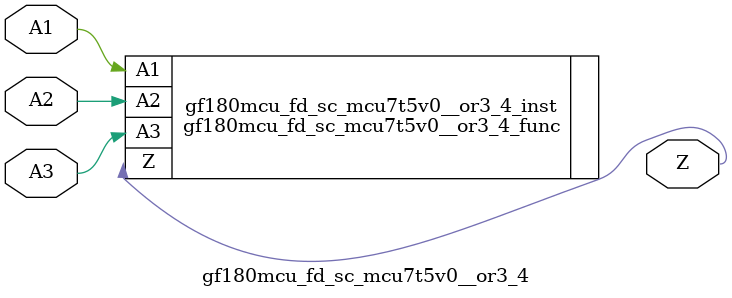
<source format=v>

module gf180mcu_fd_sc_mcu7t5v0__or3_4( A3, A2, A1, Z );
input A1, A2, A3;
output Z;

   `ifdef FUNCTIONAL  //  functional //

	gf180mcu_fd_sc_mcu7t5v0__or3_4_func gf180mcu_fd_sc_mcu7t5v0__or3_4_behav_inst(.A3(A3),.A2(A2),.A1(A1),.Z(Z));

   `else

	gf180mcu_fd_sc_mcu7t5v0__or3_4_func gf180mcu_fd_sc_mcu7t5v0__or3_4_inst(.A3(A3),.A2(A2),.A1(A1),.Z(Z));

	// spec_gates_begin


	// spec_gates_end



   specify

	// specify_block_begin

	// comb arc A1 --> Z
	 (A1 => Z) = (1.0,1.0);

	// comb arc A2 --> Z
	 (A2 => Z) = (1.0,1.0);

	// comb arc A3 --> Z
	 (A3 => Z) = (1.0,1.0);

	// specify_block_end

   endspecify

   `endif

endmodule

</source>
